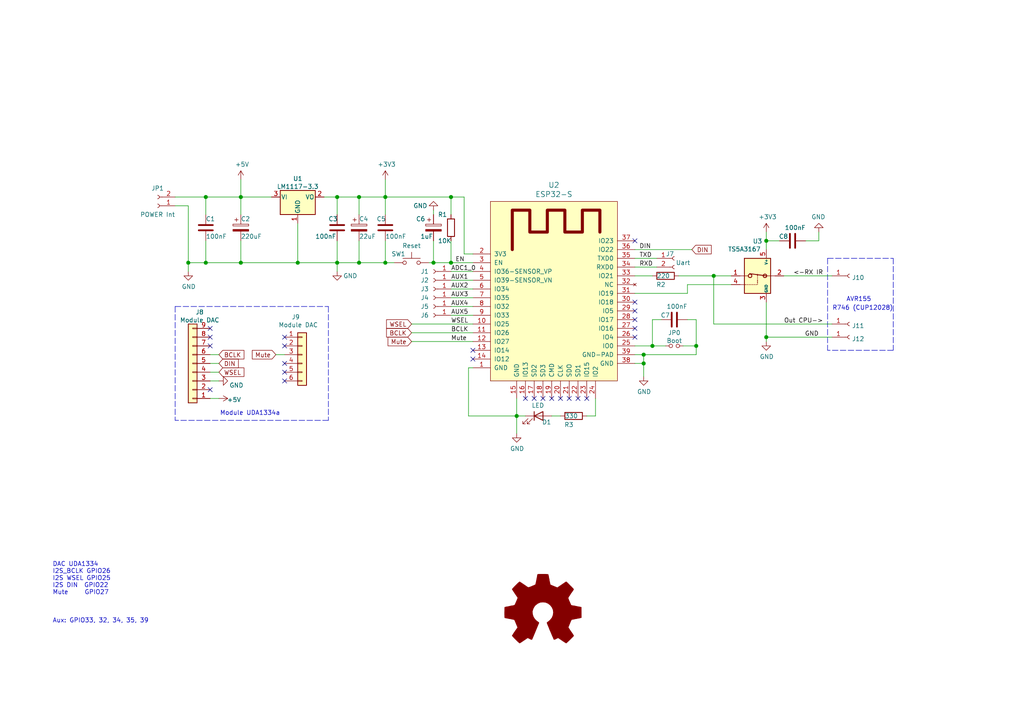
<source format=kicad_sch>
(kicad_sch (version 20210126) (generator eeschema)
  (paper "A4")
  (title_block (title "Bluetooth Music Receive + control MQTT") (date "2021-03-25") (rev "0.0.1") (company "Radioelf") (comment 1 "Amplifier Harman-Kardon-AVR-155"))
  (lib_symbols
    (symbol "Analog_Switch:TS5A3166DBVR" (pin_names (offset 0.127))
      (property "Reference" "U3" (at 0 11.3072 0))
      (property "Value" "TS5A3167" (at 0 9.0085 0))
      (symbol "TS5A3166DBVR_0_1"
        (polyline (pts (xy -5.08 -2.54) (xy -3.302 -2.54)))
        (polyline (pts (xy -3.048 -2.54) (xy -2.794 -2.54)))
        (polyline (pts (xy -2.54 -2.54) (xy -2.286 -2.54)))
        (polyline (pts (xy -2.032 -2.54) (xy -1.778 -2.54)))
        (polyline (pts (xy -1.524 -2.54) (xy -1.27 -2.54)))
        (polyline (pts (xy -1.016 -2.54) (xy -0.762 -2.54)))
        (polyline (pts (xy -0.508 -2.54) (xy -0.254 -2.54)))
        (polyline (pts (xy 0 -2.032) (xy 0 -1.778)))
        (polyline (pts (xy 0 -1.524) (xy 0 -1.27)))
      )
      (symbol "TS5A3166DBVR_1_1"
        (circle (center -2.159 0) (radius 0.508) (stroke (width 0.254)))
        (circle (center 2.159 0) (radius 0.508) (stroke (width 0.254)))
        (rectangle (start -3.81 5.08) (end 3.81 -5.08) (stroke (width 0.254)) (fill (type background)))
        (polyline (pts (xy -5.08 0) (xy -2.794 0)))
        (polyline (pts (xy -2.286 0.635) (xy 2.54 0)) (stroke (width 0.254)))
        (polyline (pts (xy 0 -2.54) (xy 0 -2.286)))
        (polyline (pts (xy 0 -2.032) (xy 0 -1.778)))
        (polyline (pts (xy 0 -1.524) (xy 0 -1.27)))
        (polyline (pts (xy 0 -1.016) (xy 0 -0.762)))
        (polyline (pts (xy 0 -0.508) (xy 0 -0.254)))
        (polyline (pts (xy 0 0) (xy 0 0.508)))
        (polyline (pts (xy 0 0.254) (xy 0 0)))
        (polyline (pts (xy 5.08 0) (xy 2.794 0)))
        (pin passive line (at -7.62 0 0) (length 2.54) (name "~") (number "1"))
        (pin passive line (at 7.62 0 180) (length 2.54) (name "~") (number "2"))
        (pin power_in line (at 2.54 -7.62 90) (length 2.54) (name "GND") (number "3"))
        (pin input line (at -7.62 -2.54 0) (length 2.54) (name "~") (number "4"))
        (pin power_in line (at 2.54 7.62 270) (length 2.54) (name "V+") (number "5"))
      )
    )
    (symbol "Connector:Conn_01x01_Female" (pin_names (offset 1.016) hide)
      (property "Reference" "J" (at 0 2.54 0))
      (property "Value" "Conn_01x01_Female" (at 0 -2.54 0))
      (symbol "Conn_01x01_Female_1_1"
        (arc (start 0 0.508) (end 0 -0.508) (radius (at 0 0) (length 0.508) (angles 90.1 -90.1)) (stroke (width 0.1524)))
        (polyline (pts (xy -1.27 0) (xy -0.508 0)) (stroke (width 0.1524)))
        (pin passive line (at -5.08 0 0) (length 3.81) (name "Pin_1") (number "1"))
      )
    )
    (symbol "Connector:Conn_01x02_Female" (pin_names (offset 1.016) hide)
      (property "Reference" "J" (at 0 2.54 0))
      (property "Value" "Conn_01x02_Female" (at 0 -5.08 0))
      (symbol "Conn_01x02_Female_1_1"
        (arc (start 0 -2.032) (end 0 -3.048) (radius (at 0 -2.54) (length 0.508) (angles 90.1 -90.1)) (stroke (width 0.1524)))
        (arc (start 0 0.508) (end 0 -0.508) (radius (at 0 0) (length 0.508) (angles 90.1 -90.1)) (stroke (width 0.1524)))
        (polyline (pts (xy -1.27 -2.54) (xy -0.508 -2.54)) (stroke (width 0.1524)))
        (polyline (pts (xy -1.27 0) (xy -0.508 0)) (stroke (width 0.1524)))
        (pin passive line (at -5.08 0 0) (length 3.81) (name "Pin_1") (number "1"))
        (pin passive line (at -5.08 -2.54 0) (length 3.81) (name "Pin_2") (number "2"))
      )
    )
    (symbol "Connector_Generic:Conn_01x06" (pin_names (offset 1.016) hide)
      (property "Reference" "J" (at 0 7.62 0))
      (property "Value" "Conn_01x06" (at 0 -10.16 0))
      (symbol "Conn_01x06_1_1"
        (rectangle (start -1.27 -7.493) (end 0 -7.747) (stroke (width 0.1524)))
        (rectangle (start -1.27 -4.953) (end 0 -5.207) (stroke (width 0.1524)))
        (rectangle (start -1.27 -2.413) (end 0 -2.667) (stroke (width 0.1524)))
        (rectangle (start -1.27 0.127) (end 0 -0.127) (stroke (width 0.1524)))
        (rectangle (start -1.27 2.667) (end 0 2.413) (stroke (width 0.1524)))
        (rectangle (start -1.27 5.207) (end 0 4.953) (stroke (width 0.1524)))
        (rectangle (start -1.27 6.35) (end 1.27 -8.89) (stroke (width 0.254)) (fill (type background)))
        (pin passive line (at -5.08 5.08 0) (length 3.81) (name "Pin_1") (number "1"))
        (pin passive line (at -5.08 2.54 0) (length 3.81) (name "Pin_2") (number "2"))
        (pin passive line (at -5.08 0 0) (length 3.81) (name "Pin_3") (number "3"))
        (pin passive line (at -5.08 -2.54 0) (length 3.81) (name "Pin_4") (number "4"))
        (pin passive line (at -5.08 -5.08 0) (length 3.81) (name "Pin_5") (number "5"))
        (pin passive line (at -5.08 -7.62 0) (length 3.81) (name "Pin_6") (number "6"))
      )
    )
    (symbol "Connector_Generic:Conn_01x09" (pin_names (offset 1.016) hide)
      (property "Reference" "J" (at 0 12.7 0))
      (property "Value" "Conn_01x09" (at 0 -12.7 0))
      (symbol "Conn_01x09_1_1"
        (rectangle (start -1.27 -10.033) (end 0 -10.287) (stroke (width 0.1524)))
        (rectangle (start -1.27 -7.493) (end 0 -7.747) (stroke (width 0.1524)))
        (rectangle (start -1.27 -4.953) (end 0 -5.207) (stroke (width 0.1524)))
        (rectangle (start -1.27 -2.413) (end 0 -2.667) (stroke (width 0.1524)))
        (rectangle (start -1.27 0.127) (end 0 -0.127) (stroke (width 0.1524)))
        (rectangle (start -1.27 2.667) (end 0 2.413) (stroke (width 0.1524)))
        (rectangle (start -1.27 5.207) (end 0 4.953) (stroke (width 0.1524)))
        (rectangle (start -1.27 7.747) (end 0 7.493) (stroke (width 0.1524)))
        (rectangle (start -1.27 10.287) (end 0 10.033) (stroke (width 0.1524)))
        (rectangle (start -1.27 11.43) (end 1.27 -11.43) (stroke (width 0.254)) (fill (type background)))
        (pin passive line (at -5.08 10.16 0) (length 3.81) (name "Pin_1") (number "1"))
        (pin passive line (at -5.08 7.62 0) (length 3.81) (name "Pin_2") (number "2"))
        (pin passive line (at -5.08 5.08 0) (length 3.81) (name "Pin_3") (number "3"))
        (pin passive line (at -5.08 2.54 0) (length 3.81) (name "Pin_4") (number "4"))
        (pin passive line (at -5.08 0 0) (length 3.81) (name "Pin_5") (number "5"))
        (pin passive line (at -5.08 -2.54 0) (length 3.81) (name "Pin_6") (number "6"))
        (pin passive line (at -5.08 -5.08 0) (length 3.81) (name "Pin_7") (number "7"))
        (pin passive line (at -5.08 -7.62 0) (length 3.81) (name "Pin_8") (number "8"))
        (pin passive line (at -5.08 -10.16 0) (length 3.81) (name "Pin_9") (number "9"))
      )
    )
    (symbol "Device:C" (pin_numbers hide) (pin_names (offset 0.254))
      (property "Reference" "C" (at 0.635 2.54 0))
      (property "Value" "C" (at 0.635 -2.54 0))
      (symbol "C_0_1"
        (polyline (pts (xy -2.032 -0.762) (xy 2.032 -0.762)) (stroke (width 0.508)))
        (polyline (pts (xy -2.032 0.762) (xy 2.032 0.762)) (stroke (width 0.508)))
      )
      (symbol "C_1_1"
        (pin passive line (at 0 3.81 270) (length 2.794) (name "~") (number "1"))
        (pin passive line (at 0 -3.81 90) (length 2.794) (name "~") (number "2"))
      )
    )
    (symbol "Device:CP" (pin_numbers hide) (pin_names (offset 0.254))
      (property "Reference" "C" (at 0.635 2.54 0))
      (property "Value" "CP" (at 0.635 -2.54 0))
      (symbol "CP_0_1"
        (rectangle (start -2.286 0.508) (end 2.286 1.016))
        (rectangle (start 2.286 -0.508) (end -2.286 -1.016) (fill (type outline)))
        (polyline (pts (xy -1.778 2.286) (xy -0.762 2.286)))
        (polyline (pts (xy -1.27 2.794) (xy -1.27 1.778)))
      )
      (symbol "CP_1_1"
        (pin passive line (at 0 3.81 270) (length 2.794) (name "~") (number "1"))
        (pin passive line (at 0 -3.81 90) (length 2.794) (name "~") (number "2"))
      )
    )
    (symbol "Device:Jumper_NO_Small" (pin_numbers hide) (pin_names (offset 0.762) hide)
      (property "Reference" "JP" (at 0 2.032 0))
      (property "Value" "Jumper_NO_Small" (at 0.254 -1.524 0))
      (symbol "Jumper_NO_Small_0_1"
        (circle (center -1.016 0) (radius 0.508))
        (circle (center 1.016 0) (radius 0.508))
        (pin passive line (at -2.54 0 0) (length 1.016) (name "1") (number "1"))
        (pin passive line (at 2.54 0 180) (length 1.016) (name "2") (number "2"))
      )
    )
    (symbol "Device:LED" (pin_numbers hide) (pin_names (offset 1.016) hide)
      (property "Reference" "D" (at 0 2.54 0))
      (property "Value" "LED" (at 0 -2.54 0))
      (symbol "LED_0_1"
        (polyline (pts (xy -1.27 -1.27) (xy -1.27 1.27)) (stroke (width 0.254)))
        (polyline (pts (xy -1.27 0) (xy 1.27 0)))
        (polyline (pts (xy 1.27 -1.27) (xy 1.27 1.27) (xy -1.27 0) (xy 1.27 -1.27)) (stroke (width 0.254)))
        (polyline (pts (xy -3.048 -0.762) (xy -4.572 -2.286) (xy -3.81 -2.286) (xy -4.572 -2.286) (xy -4.572 -1.524)))
        (polyline (pts (xy -1.778 -0.762) (xy -3.302 -2.286) (xy -2.54 -2.286) (xy -3.302 -2.286) (xy -3.302 -1.524)))
      )
      (symbol "LED_1_1"
        (pin passive line (at -3.81 0 0) (length 2.54) (name "K") (number "1"))
        (pin passive line (at 3.81 0 180) (length 2.54) (name "A") (number "2"))
      )
    )
    (symbol "Device:R" (pin_numbers hide) (pin_names (offset 0))
      (property "Reference" "R" (at 2.032 0 90))
      (property "Value" "R" (at 0 0 90))
      (symbol "R_0_1"
        (rectangle (start -1.016 -2.54) (end 1.016 2.54) (stroke (width 0.254)))
      )
      (symbol "R_1_1"
        (pin passive line (at 0 3.81 270) (length 1.27) (name "~") (number "1"))
        (pin passive line (at 0 -3.81 90) (length 1.27) (name "~") (number "2"))
      )
    )
    (symbol "Graphic:Logo_Open_Hardware_Large" (pin_names (offset 1.016))
      (symbol "Logo_Open_Hardware_Large_1_1"
        (polyline (pts (xy 6.731 -8.7122) (xy 6.6294 -8.6614) (xy 6.35 -8.4836) (xy 5.9944 -8.255) (xy 5.5372 -7.9502) (xy 5.1054 -7.6454) (xy 4.7498 -7.4168) (xy 4.4958 -7.239) (xy 4.3942 -7.1882) (xy 4.318 -7.2136) (xy 4.1148 -7.3152) (xy 3.81 -7.4676) (xy 3.6322 -7.5692) (xy 3.3528 -7.6708) (xy 3.2258 -7.6962) (xy 3.2004 -7.6708) (xy 3.0988 -7.4676) (xy 2.9464 -7.0866) (xy 2.7178 -6.604) (xy 2.4892 -6.0452) (xy 2.2352 -5.4356) (xy 1.9558 -4.826) (xy 1.7272 -4.2164) (xy 1.4986 -3.683) (xy 1.3208 -3.2512) (xy 1.2192 -2.9464) (xy 1.1684 -2.8194) (xy 1.1938 -2.794) (xy 1.3208 -2.667) (xy 1.5748 -2.4892) (xy 2.0828 -2.0574) (xy 2.6162 -1.397) (xy 2.921 -0.6604) (xy 3.048 0.1524) (xy 2.9464 0.9144) (xy 2.6416 1.6256) (xy 2.1336 2.286) (xy 1.524 2.7686) (xy 0.8128 3.0734) (xy 0 3.175) (xy -0.762 3.0988) (xy -1.4986 2.794) (xy -2.159 2.286) (xy -2.4384 1.9812) (xy -2.8194 1.3208) (xy -3.048 0.6096) (xy -3.0734 0.4318) (xy -3.0226 -0.3556) (xy -2.794 -1.0922) (xy -2.3876 -1.7526) (xy -1.8288 -2.3114) (xy -1.7526 -2.3622) (xy -1.4732 -2.5654) (xy -1.2954 -2.6924) (xy -1.1684 -2.8194) (xy -2.159 -5.207) (xy -2.3114 -5.588) (xy -2.5908 -6.2484) (xy -2.8194 -6.8072) (xy -3.0226 -7.2644) (xy -3.1496 -7.5692) (xy -3.2258 -7.6708) (xy -3.2258 -7.6962) (xy -3.302 -7.6962) (xy -3.4798 -7.6454) (xy -3.8354 -7.4676) (xy -4.0386 -7.366) (xy -4.2926 -7.239) (xy -4.4196 -7.1882) (xy -4.5212 -7.239) (xy -4.7498 -7.3914) (xy -5.1054 -7.6454) (xy -5.5372 -7.9248) (xy -5.9436 -8.2042) (xy -6.3246 -8.4582) (xy -6.604 -8.636) (xy -6.731 -8.7122) (xy -6.7564 -8.7122) (xy -6.858 -8.636) (xy -7.0866 -8.4582) (xy -7.4168 -8.1534) (xy -7.874 -7.6962) (xy -7.9502 -7.62) (xy -8.3312 -7.239) (xy -8.636 -6.9088) (xy -8.8392 -6.6802) (xy -8.9154 -6.5786) (xy -8.9154 -6.5786) (xy -8.8392 -6.4516) (xy -8.6614 -6.1722) (xy -8.4328 -5.7912) (xy -8.128 -5.3594) (xy -7.3152 -4.191) (xy -7.7724 -3.0988) (xy -7.8994 -2.7686) (xy -8.0772 -2.3622) (xy -8.2042 -2.0828) (xy -8.255 -1.9558) (xy -8.382 -1.905) (xy -8.6614 -1.8542) (xy -9.0932 -1.7526) (xy -9.6266 -1.651) (xy -10.1092 -1.5748) (xy -10.541 -1.4732) (xy -10.8712 -1.4224) (xy -11.0236 -1.397) (xy -11.049 -1.3716) (xy -11.0744 -1.2954) (xy -11.0998 -1.143) (xy -11.0998 -0.889) (xy -11.1252 -0.4572) (xy -11.1252 0.1524) (xy -11.1252 0.2286) (xy -11.0998 0.8128) (xy -11.0998 1.27) (xy -11.0744 1.5494) (xy -11.0744 1.6764) (xy -11.0744 1.6764) (xy -10.922 1.7018) (xy -10.6172 1.778) (xy -10.16 1.8542) (xy -9.652 1.9558) (xy -9.6012 1.9812) (xy -9.0932 2.0828) (xy -8.636 2.159) (xy -8.3312 2.2352) (xy -8.2042 2.286) (xy -8.1788 2.3114) (xy -8.0772 2.5146) (xy -7.9248 2.8448) (xy -7.747 3.2512) (xy -7.5692 3.6576) (xy -7.4168 4.0386) (xy -7.3152 4.318) (xy -7.2898 4.445) (xy -7.2898 4.445) (xy -7.366 4.572) (xy -7.5438 4.826) (xy -7.7978 5.207) (xy -8.128 5.6642) (xy -8.128 5.6896) (xy -8.4328 6.1468) (xy -8.6868 6.5278) (xy -8.8392 6.7818) (xy -8.9154 6.9088) (xy -8.9154 6.9088) (xy -8.8138 7.0358) (xy -8.5852 7.2898) (xy -8.255 7.6454) (xy -7.874 8.0264) (xy -7.747 8.1534) (xy -7.3152 8.5852) (xy -7.0104 8.8646) (xy -6.8326 8.9916) (xy -6.731 9.0424) (xy -6.731 9.0424) (xy -6.604 8.9408) (xy -6.3246 8.763) (xy -5.9436 8.509) (xy -5.4864 8.2042) (xy -5.461 8.1788) (xy -5.0038 7.874) (xy -4.6482 7.62) (xy -4.3688 7.4422) (xy -4.2672 7.3914) (xy -4.2418 7.3914) (xy -4.064 7.4422) (xy -3.7338 7.5438) (xy -3.3528 7.6962) (xy -2.9464 7.874) (xy -2.5654 8.0264) (xy -2.286 8.1534) (xy -2.159 8.2296) (xy -2.159 8.2296) (xy -2.1082 8.382) (xy -2.032 8.7122) (xy -1.9304 9.1694) (xy -1.8288 9.7282) (xy -1.8034 9.8044) (xy -1.7018 10.3378) (xy -1.6256 10.7696) (xy -1.5748 11.0744) (xy -1.524 11.2014) (xy -1.4478 11.2268) (xy -1.1938 11.2522) (xy -0.8128 11.2522) (xy -0.3302 11.2522) (xy 0.1524 11.2522) (xy 0.6604 11.2522) (xy 1.0668 11.2268) (xy 1.3716 11.2014) (xy 1.4986 11.176) (xy 1.4986 11.176) (xy 1.5494 11.0236) (xy 1.6256 10.6934) (xy 1.7018 10.2108) (xy 1.8288 9.6774) (xy 1.8288 9.5758) (xy 1.9304 9.0424) (xy 2.032 8.6106) (xy 2.0828 8.3058) (xy 2.1336 8.2042) (xy 2.159 8.1788) (xy 2.3876 8.0772) (xy 2.7432 7.9248) (xy 3.175 7.747) (xy 4.191 7.3406) (xy 5.461 8.2042) (xy 5.5626 8.2804) (xy 6.0198 8.5852) (xy 6.3754 8.8392) (xy 6.6294 8.9916) (xy 6.7564 9.0424) (xy 6.7564 9.0424) (xy 6.8834 8.9408) (xy 7.1374 8.7122) (xy 7.4676 8.382) (xy 7.8486 7.9756) (xy 8.1534 7.6962) (xy 8.4836 7.3406) (xy 8.7122 7.112) (xy 8.8392 6.9596) (xy 8.8646 6.858) (xy 8.8646 6.8072) (xy 8.7884 6.6802) (xy 8.6106 6.4008) (xy 8.3312 6.0198) (xy 8.0264 5.588) (xy 7.7978 5.207) (xy 7.5184 4.8006) (xy 7.3406 4.4958) (xy 7.2898 4.3434) (xy 7.2898 4.2926) (xy 7.3914 4.0386) (xy 7.5184 3.683) (xy 7.7216 3.2258) (xy 8.1534 2.2352) (xy 8.7884 2.1082) (xy 9.1948 2.0574) (xy 9.7536 1.9304) (xy 10.2616 1.8288) (xy 11.0998 1.6764) (xy 11.1252 -1.3208) (xy 10.9982 -1.3716) (xy 10.8712 -1.397) (xy 10.5664 -1.4732) (xy 10.1346 -1.5494) (xy 9.6266 -1.651) (xy 9.1948 -1.7272) (xy 8.7376 -1.8288) (xy 8.4328 -1.8796) (xy 8.2804 -1.905) (xy 8.255 -1.9558) (xy 8.1534 -2.159) (xy 7.9756 -2.5146) (xy 7.8232 -2.921) (xy 7.6454 -3.3274) (xy 7.493 -3.7338) (xy 7.366 -4.0132) (xy 7.3406 -4.191) (xy 7.3914 -4.2926) (xy 7.5692 -4.5466) (xy 7.7978 -4.9276) (xy 8.1026 -5.3594) (xy 8.4074 -5.7912) (xy 8.6614 -6.1722) (xy 8.8138 -6.4262) (xy 8.89 -6.5532) (xy 8.8646 -6.6548) (xy 8.6868 -6.858) (xy 8.3566 -7.1882) (xy 7.874 -7.6708) (xy 7.7978 -7.747) (xy 7.3914 -8.128) (xy 7.0612 -8.4328) (xy 6.8326 -8.636) (xy 6.731 -8.7122)) (fill (type outline)))
      )
    )
    (symbol "Regulator_Linear:LM1117-3.3" (pin_names (offset 0.254))
      (property "Reference" "U" (at -3.81 3.175 0))
      (property "Value" "LM1117-3.3" (at 0 3.175 0))
      (symbol "LM1117-3.3_0_1"
        (rectangle (start -5.08 -5.08) (end 5.08 1.905) (stroke (width 0.254)) (fill (type background)))
      )
      (symbol "LM1117-3.3_1_1"
        (pin power_in line (at 0 -7.62 90) (length 2.54) (name "GND") (number "1"))
        (pin power_out line (at 7.62 0 180) (length 2.54) (name "VO") (number "2"))
        (pin power_in line (at -7.62 0 0) (length 2.54) (name "VI") (number "3"))
      )
    )
    (symbol "Switch:SW_Push" (pin_numbers hide) (pin_names (offset 1.016) hide)
      (property "Reference" "SW" (at 1.27 2.54 0))
      (property "Value" "SW_Push" (at 0 -1.524 0))
      (symbol "SW_Push_0_1"
        (circle (center -2.032 0) (radius 0.508))
        (circle (center 2.032 0) (radius 0.508))
        (polyline (pts (xy 0 1.27) (xy 0 3.048)))
        (polyline (pts (xy 2.54 1.27) (xy -2.54 1.27)))
        (pin passive line (at -5.08 0 0) (length 2.54) (name "1") (number "1"))
        (pin passive line (at 5.08 0 180) (length 2.54) (name "2") (number "2"))
      )
    )
    (symbol "esp32_gateway-rescue:ESP32-footprints-Shem-Lib_ESP32-WROOM-ESP32-S" (pin_names (offset 1.016))
      (property "Reference" "U" (at -17.78 31.75 0))
      (property "Value" "ESP32-footprints-Shem-Lib_ESP32-WROOM-ESP32-S" (at 12.7 31.75 0))
      (symbol "ESP32-footprints-Shem-Lib_ESP32-WROOM-ESP32-S_0_1"
        (rectangle (start -19.05 30.48) (end 17.78 -21.59) (fill (type background)))
        (polyline (pts (xy -12.7 16.51) (xy -12.7 27.94) (xy -7.62 27.94) (xy -7.62 21.59) (xy -2.54 21.59) (xy -2.54 27.94) (xy 2.54 27.94) (xy 2.54 21.59) (xy 7.62 21.59) (xy 7.62 27.94) (xy 12.7 27.94) (xy 12.7 21.59)) (stroke (width 0.889)))
      )
      (symbol "ESP32-footprints-Shem-Lib_ESP32-WROOM-ESP32-S_1_1"
        (pin power_out line (at -24.13 -17.78 0) (length 5.08) (name "GND") (number "1"))
        (pin bidirectional line (at -24.13 -5.08 0) (length 5.08) (name "IO25") (number "10"))
        (pin bidirectional line (at -24.13 -7.62 0) (length 5.08) (name "IO26") (number "11"))
        (pin bidirectional line (at -24.13 -10.16 0) (length 5.08) (name "IO27") (number "12"))
        (pin bidirectional line (at -24.13 -12.7 0) (length 5.08) (name "IO14") (number "13"))
        (pin bidirectional line (at -24.13 -15.24 0) (length 5.08) (name "IO12") (number "14"))
        (pin power_in line (at -11.43 -26.67 90) (length 5.08) (name "GND") (number "15"))
        (pin bidirectional line (at -8.89 -26.67 90) (length 5.08) (name "IO13") (number "16"))
        (pin bidirectional line (at -6.35 -26.67 90) (length 5.08) (name "SD2") (number "17"))
        (pin bidirectional line (at -3.81 -26.67 90) (length 5.08) (name "SD3") (number "18"))
        (pin bidirectional line (at -1.27 -26.67 90) (length 5.08) (name "CMD") (number "19"))
        (pin power_in line (at -24.13 15.24 0) (length 5.08) (name "3V3") (number "2"))
        (pin input line (at 1.27 -26.67 90) (length 5.08) (name "CLK") (number "20"))
        (pin bidirectional line (at 3.81 -26.67 90) (length 5.08) (name "SDO") (number "21"))
        (pin bidirectional line (at 6.35 -26.67 90) (length 5.08) (name "SD1") (number "22"))
        (pin bidirectional line (at 8.89 -26.67 90) (length 5.08) (name "IO15") (number "23"))
        (pin bidirectional line (at 11.43 -26.67 90) (length 5.08) (name "IO2") (number "24"))
        (pin bidirectional line (at 22.86 -11.43 180) (length 5.08) (name "IO0") (number "25"))
        (pin input line (at 22.86 -8.89 180) (length 5.08) (name "IO4") (number "26"))
        (pin bidirectional line (at 22.86 -6.35 180) (length 5.08) (name "IO16") (number "27"))
        (pin bidirectional line (at 22.86 -3.81 180) (length 5.08) (name "IO17") (number "28"))
        (pin bidirectional line (at 22.86 -1.27 180) (length 5.08) (name "IO5") (number "29"))
        (pin input line (at -24.13 12.7 0) (length 5.08) (name "EN") (number "3"))
        (pin input line (at 22.86 1.27 180) (length 5.08) (name "IO18") (number "30"))
        (pin bidirectional line (at 22.86 3.81 180) (length 5.08) (name "IO19") (number "31"))
        (pin no_connect line (at 22.86 6.35 180) (length 5.08) (name "NC") (number "32"))
        (pin bidirectional line (at 22.86 8.89 180) (length 5.08) (name "IO21") (number "33"))
        (pin bidirectional line (at 22.86 11.43 180) (length 5.08) (name "RXD0") (number "34"))
        (pin bidirectional line (at 22.86 13.97 180) (length 5.08) (name "TXD0") (number "35"))
        (pin bidirectional line (at 22.86 16.51 180) (length 5.08) (name "IO22") (number "36"))
        (pin bidirectional line (at 22.86 19.05 180) (length 5.08) (name "IO23") (number "37"))
        (pin power_in line (at 22.86 -16.51 180) (length 5.08) (name "GND") (number "38"))
        (pin power_in line (at 22.86 -13.97 180) (length 5.08) (name "GND-PAD") (number "39"))
        (pin input line (at -24.13 10.16 0) (length 5.08) (name "IO36-SENSOR_VP") (number "4"))
        (pin input line (at -24.13 7.62 0) (length 5.08) (name "IO39-SENSOR_VN") (number "5"))
        (pin bidirectional line (at -24.13 5.08 0) (length 5.08) (name "IO34") (number "6"))
        (pin bidirectional line (at -24.13 2.54 0) (length 5.08) (name "IO35") (number "7"))
        (pin bidirectional line (at -24.13 0 0) (length 5.08) (name "IO32") (number "8"))
        (pin bidirectional line (at -24.13 -2.54 0) (length 5.08) (name "IO33") (number "9"))
      )
    )
    (symbol "power:+3V3" (power) (pin_names (offset 0))
      (property "Value" "+3V3" (at 0 3.556 0))
      (symbol "+3V3_0_1"
        (polyline (pts (xy -0.762 1.27) (xy 0 2.54)))
        (polyline (pts (xy 0 0) (xy 0 2.54)))
        (polyline (pts (xy 0 2.54) (xy 0.762 1.27)))
      )
      (symbol "+3V3_1_1"
        (pin power_in line (at 0 0 90) (length 0) hide (name "+3V3") (number "1"))
      )
    )
    (symbol "power:+5V" (power) (pin_names (offset 0))
      (property "Value" "+5V" (at 0 3.556 0))
      (symbol "+5V_0_1"
        (polyline (pts (xy -0.762 1.27) (xy 0 2.54)))
        (polyline (pts (xy 0 0) (xy 0 2.54)))
        (polyline (pts (xy 0 2.54) (xy 0.762 1.27)))
      )
      (symbol "+5V_1_1"
        (pin power_in line (at 0 0 90) (length 0) hide (name "+5V") (number "1"))
      )
    )
    (symbol "power:GND" (power) (pin_names (offset 0))
      (property "Value" "GND" (at 0 -3.81 0))
      (symbol "GND_0_1"
        (polyline (pts (xy 0 0) (xy 0 -1.27) (xy 1.27 -1.27) (xy 0 -2.54) (xy -1.27 -1.27) (xy 0 -1.27)))
      )
      (symbol "GND_1_1"
        (pin power_in line (at 0 0 270) (length 0) hide (name "GND") (number "1"))
      )
    )
  )
  (junction (at 54.61 76.2) (diameter 1.016))
  (junction (at 59.69 57.15) (diameter 1.016))
  (junction (at 59.69 76.2) (diameter 1.016))
  (junction (at 69.85 57.15) (diameter 1.016))
  (junction (at 69.85 76.2) (diameter 1.016))
  (junction (at 86.36 76.2) (diameter 1.016))
  (junction (at 97.79 57.15) (diameter 1.016))
  (junction (at 97.79 76.2) (diameter 1.016))
  (junction (at 104.14 57.15) (diameter 1.016))
  (junction (at 104.14 76.2) (diameter 1.016))
  (junction (at 111.76 57.15) (diameter 1.016))
  (junction (at 111.76 76.2) (diameter 1.016))
  (junction (at 125.73 76.2) (diameter 1.016))
  (junction (at 130.81 57.15) (diameter 1.016))
  (junction (at 130.81 76.2) (diameter 1.016))
  (junction (at 149.86 120.65) (diameter 1.016))
  (junction (at 186.69 102.87) (diameter 1.016))
  (junction (at 186.69 105.41) (diameter 1.016))
  (junction (at 189.23 100.33) (diameter 1.016))
  (junction (at 201.93 100.33) (diameter 1.016))
  (junction (at 207.01 80.01) (diameter 1.016))
  (junction (at 222.25 69.85) (diameter 1.016))
  (junction (at 222.25 97.79) (diameter 1.016))
  (no_connect (at 60.96 95.25))
  (no_connect (at 60.96 97.79))
  (no_connect (at 60.96 100.33))
  (no_connect (at 60.96 113.03))
  (no_connect (at 82.55 97.79))
  (no_connect (at 82.55 100.33))
  (no_connect (at 82.55 105.41))
  (no_connect (at 82.55 107.95))
  (no_connect (at 82.55 110.49))
  (no_connect (at 137.16 101.6))
  (no_connect (at 137.16 104.14))
  (no_connect (at 152.4 115.57))
  (no_connect (at 154.94 115.57))
  (no_connect (at 157.48 115.57))
  (no_connect (at 160.02 115.57))
  (no_connect (at 162.56 115.57))
  (no_connect (at 165.1 115.57))
  (no_connect (at 167.64 115.57))
  (no_connect (at 170.18 115.57))
  (no_connect (at 184.15 69.85))
  (no_connect (at 184.15 87.63))
  (no_connect (at 184.15 90.17))
  (no_connect (at 184.15 92.71))
  (no_connect (at 184.15 95.25))
  (no_connect (at 184.15 97.79))
  (wire (pts (xy 50.8 57.15) (xy 59.69 57.15)))
  (wire (pts (xy 50.8 59.69) (xy 54.61 59.69)))
  (wire (pts (xy 54.61 59.69) (xy 54.61 76.2)))
  (wire (pts (xy 54.61 76.2) (xy 54.61 78.74)))
  (wire (pts (xy 59.69 57.15) (xy 69.85 57.15)))
  (wire (pts (xy 59.69 62.23) (xy 59.69 57.15)))
  (wire (pts (xy 59.69 69.85) (xy 59.69 76.2)))
  (wire (pts (xy 59.69 76.2) (xy 54.61 76.2)))
  (wire (pts (xy 60.96 102.87) (xy 63.5 102.87)))
  (wire (pts (xy 60.96 105.41) (xy 63.5 105.41)))
  (wire (pts (xy 60.96 107.95) (xy 63.5 107.95)))
  (wire (pts (xy 60.96 110.49) (xy 63.5 110.49)))
  (wire (pts (xy 60.96 115.57) (xy 63.5 115.57)))
  (wire (pts (xy 69.85 52.07) (xy 69.85 57.15)))
  (wire (pts (xy 69.85 57.15) (xy 78.74 57.15)))
  (wire (pts (xy 69.85 62.23) (xy 69.85 57.15)))
  (wire (pts (xy 69.85 69.85) (xy 69.85 76.2)))
  (wire (pts (xy 69.85 76.2) (xy 59.69 76.2)))
  (wire (pts (xy 69.85 76.2) (xy 86.36 76.2)))
  (wire (pts (xy 80.01 102.87) (xy 82.55 102.87)))
  (wire (pts (xy 86.36 64.77) (xy 86.36 76.2)))
  (wire (pts (xy 86.36 76.2) (xy 97.79 76.2)))
  (wire (pts (xy 93.98 57.15) (xy 97.79 57.15)))
  (wire (pts (xy 97.79 62.23) (xy 97.79 57.15)))
  (wire (pts (xy 97.79 76.2) (xy 97.79 69.85)))
  (wire (pts (xy 97.79 76.2) (xy 97.79 78.74)))
  (wire (pts (xy 104.14 57.15) (xy 97.79 57.15)))
  (wire (pts (xy 104.14 62.23) (xy 104.14 57.15)))
  (wire (pts (xy 104.14 69.85) (xy 104.14 76.2)))
  (wire (pts (xy 104.14 76.2) (xy 97.79 76.2)))
  (wire (pts (xy 111.76 52.07) (xy 111.76 57.15)))
  (wire (pts (xy 111.76 57.15) (xy 104.14 57.15)))
  (wire (pts (xy 111.76 57.15) (xy 130.81 57.15)))
  (wire (pts (xy 111.76 62.23) (xy 111.76 57.15)))
  (wire (pts (xy 111.76 69.85) (xy 111.76 76.2)))
  (wire (pts (xy 111.76 76.2) (xy 104.14 76.2)))
  (wire (pts (xy 114.3 76.2) (xy 111.76 76.2)))
  (wire (pts (xy 119.38 93.98) (xy 137.16 93.98)))
  (wire (pts (xy 119.38 96.52) (xy 137.16 96.52)))
  (wire (pts (xy 119.38 99.06) (xy 137.16 99.06)))
  (wire (pts (xy 125.73 60.96) (xy 125.73 62.23)))
  (wire (pts (xy 125.73 69.85) (xy 125.73 76.2)))
  (wire (pts (xy 125.73 76.2) (xy 124.46 76.2)))
  (wire (pts (xy 130.81 62.23) (xy 130.81 57.15)))
  (wire (pts (xy 130.81 69.85) (xy 130.81 76.2)))
  (wire (pts (xy 130.81 76.2) (xy 125.73 76.2)))
  (wire (pts (xy 134.62 57.15) (xy 130.81 57.15)))
  (wire (pts (xy 134.62 73.66) (xy 134.62 57.15)))
  (wire (pts (xy 135.89 106.68) (xy 135.89 120.65)))
  (wire (pts (xy 135.89 106.68) (xy 137.16 106.68)))
  (wire (pts (xy 137.16 73.66) (xy 134.62 73.66)))
  (wire (pts (xy 137.16 76.2) (xy 130.81 76.2)))
  (wire (pts (xy 137.16 78.74) (xy 130.81 78.74)))
  (wire (pts (xy 137.16 81.28) (xy 130.81 81.28)))
  (wire (pts (xy 137.16 83.82) (xy 130.81 83.82)))
  (wire (pts (xy 137.16 86.36) (xy 130.81 86.36)))
  (wire (pts (xy 137.16 88.9) (xy 130.81 88.9)))
  (wire (pts (xy 137.16 91.44) (xy 130.81 91.44)))
  (wire (pts (xy 149.86 115.57) (xy 149.86 120.65)))
  (wire (pts (xy 149.86 120.65) (xy 135.89 120.65)))
  (wire (pts (xy 149.86 120.65) (xy 149.86 125.73)))
  (wire (pts (xy 149.86 120.65) (xy 152.4 120.65)))
  (wire (pts (xy 160.02 120.65) (xy 162.56 120.65)))
  (wire (pts (xy 170.18 120.65) (xy 172.72 120.65)))
  (wire (pts (xy 172.72 120.65) (xy 172.72 115.57)))
  (wire (pts (xy 184.15 72.39) (xy 200.66 72.39)))
  (wire (pts (xy 184.15 74.93) (xy 190.5 74.93)))
  (wire (pts (xy 184.15 77.47) (xy 190.5 77.47)))
  (wire (pts (xy 184.15 80.01) (xy 189.23 80.01)))
  (wire (pts (xy 184.15 85.09) (xy 199.39 85.09)))
  (wire (pts (xy 184.15 100.33) (xy 189.23 100.33)))
  (wire (pts (xy 184.15 102.87) (xy 186.69 102.87)))
  (wire (pts (xy 184.15 105.41) (xy 186.69 105.41)))
  (wire (pts (xy 186.69 102.87) (xy 186.69 105.41)))
  (wire (pts (xy 186.69 102.87) (xy 201.93 102.87)))
  (wire (pts (xy 186.69 105.41) (xy 186.69 109.22)))
  (wire (pts (xy 189.23 92.71) (xy 189.23 100.33)))
  (wire (pts (xy 189.23 100.33) (xy 193.04 100.33)))
  (wire (pts (xy 191.77 92.71) (xy 189.23 92.71)))
  (wire (pts (xy 196.85 80.01) (xy 207.01 80.01)))
  (wire (pts (xy 198.12 100.33) (xy 201.93 100.33)))
  (wire (pts (xy 199.39 82.55) (xy 212.09 82.55)))
  (wire (pts (xy 199.39 85.09) (xy 199.39 82.55)))
  (wire (pts (xy 199.39 92.71) (xy 201.93 92.71)))
  (wire (pts (xy 201.93 92.71) (xy 201.93 100.33)))
  (wire (pts (xy 201.93 102.87) (xy 201.93 100.33)))
  (wire (pts (xy 207.01 80.01) (xy 207.01 93.98)))
  (wire (pts (xy 207.01 80.01) (xy 212.09 80.01)))
  (wire (pts (xy 207.01 93.98) (xy 241.3 93.98)))
  (wire (pts (xy 222.25 67.31) (xy 222.25 69.85)))
  (wire (pts (xy 222.25 69.85) (xy 222.25 72.39)))
  (wire (pts (xy 222.25 69.85) (xy 226.06 69.85)))
  (wire (pts (xy 222.25 87.63) (xy 222.25 97.79)))
  (wire (pts (xy 222.25 97.79) (xy 222.25 99.06)))
  (wire (pts (xy 222.25 97.79) (xy 241.3 97.79)))
  (wire (pts (xy 227.33 80.01) (xy 241.3 80.01)))
  (wire (pts (xy 237.49 67.31) (xy 237.49 69.85)))
  (wire (pts (xy 237.49 69.85) (xy 233.68 69.85)))
  (polyline (pts (xy 50.8 88.9) (xy 50.8 121.92)) (stroke (width 0) (type dash)))
  (polyline (pts (xy 50.8 88.9) (xy 95.25 88.9)) (stroke (width 0) (type dash)))
  (polyline (pts (xy 95.25 88.9) (xy 95.25 121.92)) (stroke (width 0) (type dash)))
  (polyline (pts (xy 95.25 121.92) (xy 50.8 121.92)) (stroke (width 0) (type dash)))
  (polyline (pts (xy 240.03 74.93) (xy 240.03 101.6)) (stroke (width 0) (type dash)))
  (polyline (pts (xy 240.03 74.93) (xy 259.08 74.93)) (stroke (width 0) (type dash)))
  (polyline (pts (xy 259.08 74.93) (xy 259.08 101.6)) (stroke (width 0) (type dash)))
  (polyline (pts (xy 259.08 101.6) (xy 240.03 101.6)) (stroke (width 0) (type dash)))
  (text "DAC UDA1334\nI2S_BCLK GPIO26\nI2S WSEL GPIO25\nI2S DIN  GPIO22\nMute     GPIO27\n\n\n\nAux: GPIO33, 32, 34, 35, 39\n " (at 15.24 182.88 0) (effects (font (size 1.27 1.27)) (justify left bottom)))
  (text "Module UDA1334a" (at 81.28 120.65 180) (effects (font (size 1.27 1.27)) (justify right bottom)))
  (text "AVR155" (at 252.73 87.63 180) (effects (font (size 1.27 1.27)) (justify right bottom)))
  (text "R746 (CUP12028)" (at 259.08 90.17 180) (effects (font (size 1.27 1.27)) (justify right bottom)))
  (label "ADC1_0" (at 130.81 78.74 0))
  (label "AUX1" (at 130.81 81.28 0))
  (label "AUX2" (at 130.81 83.82 0))
  (label "AUX3" (at 130.81 86.36 0))
  (label "AUX4" (at 130.81 88.9 0))
  (label "AUX5" (at 130.81 91.44 0))
  (label "WSEL" (at 130.81 93.98 0))
  (label "BCLK" (at 130.81 96.52 0))
  (label "Mute" (at 130.81 99.06 0))
  (label "EN" (at 132.08 76.2 0))
  (label "DIN" (at 185.42 72.39 0))
  (label "TXD" (at 185.42 74.93 0))
  (label "RXD" (at 185.42 77.47 0))
  (label "GND" (at 237.49 97.79 180))
  (label "<-RX IR" (at 238.76 80.01 180))
  (label "Out CPU->" (at 238.76 93.98 180))
  (global_label "BCLK" (shape input) (at 63.5 102.87 0) (property "Intersheet References" "${INTERSHEET_REFS}" (effects hide)))
  (global_label "DIN" (shape input) (at 63.5 105.41 0) (property "Intersheet References" "${INTERSHEET_REFS}" (effects hide)))
  (global_label "WSEL" (shape input) (at 63.5 107.95 0) (property "Intersheet References" "${INTERSHEET_REFS}" (effects hide)))
  (global_label "Mute" (shape input) (at 80.01 102.87 180) (property "Intersheet References" "${INTERSHEET_REFS}" (effects hide)))
  (global_label "WSEL" (shape input) (at 119.38 93.98 180) (property "Intersheet References" "${INTERSHEET_REFS}" (effects hide)))
  (global_label "BCLK" (shape input) (at 119.38 96.52 180) (property "Intersheet References" "${INTERSHEET_REFS}" (effects hide)))
  (global_label "Mute" (shape input) (at 119.38 99.06 180) (property "Intersheet References" "${INTERSHEET_REFS}" (effects hide)))
  (global_label "DIN" (shape input) (at 200.66 72.39 0) (property "Intersheet References" "${INTERSHEET_REFS}" (effects hide)))
  (symbol (lib_id "power:+5V") (at 63.5 115.57 270) (unit 1)
    (property "Reference" "#PWR0102" (effects hide))
    (property "Value" "+5V" (at 67.8942 115.951 90))
  )
  (symbol (lib_id "power:+5V") (at 69.85 52.07 0) (unit 1)
    (property "Reference" "#PWR0110" (effects hide))
    (property "Value" "+5V" (at 70.231 47.6758 0))
  )
  (symbol (lib_id "power:+3V3") (at 111.76 52.07 0) (unit 1)
    (property "Reference" "#PWR0103" (effects hide))
    (property "Value" "+3V3" (at 112.141 47.6758 0))
  )
  (symbol (lib_id "power:+3V3") (at 222.25 67.31 0) (unit 1)
    (property "Reference" "#PWR0101" (effects hide))
    (property "Value" "+3V3" (at 222.631 62.9158 0))
  )
  (symbol (lib_id "Device:Jumper_NO_Small") (at 195.58 100.33 0) (unit 1)
    (property "Reference" "JP0" (at 195.58 96.5158 0))
    (property "Value" "Boot" (at 195.58 98.8145 0))
    (property "Footprint" "TestPoint:TestPoint_2Pads_Pitch2.54mm_Drill0.8mm" (effects hide))
  )
  (symbol (lib_id "Connector:Conn_01x01_Female") (at 125.73 78.74 180) (unit 1)
    (property "Reference" "J1" (at 123.19 78.74 0))
    (property "Value" "Conn_01x01_Female" (effects hide))
    (property "Footprint" "Connector_PinHeader_2.54mm:PinHeader_1x01_P2.54mm_Vertical" (effects hide))
  )
  (symbol (lib_id "Connector:Conn_01x01_Female") (at 125.73 81.28 180) (unit 1)
    (property "Reference" "J2" (at 123.19 81.28 0))
    (property "Value" "Conn_01x01_Female" (effects hide))
    (property "Footprint" "Connector_PinHeader_2.54mm:PinHeader_1x01_P2.54mm_Vertical" (effects hide))
  )
  (symbol (lib_id "Connector:Conn_01x01_Female") (at 125.73 83.82 180) (unit 1)
    (property "Reference" "J3" (at 123.19 83.82 0))
    (property "Value" "Conn_01x01_Female" (effects hide))
    (property "Footprint" "Connector_PinHeader_2.54mm:PinHeader_1x01_P2.54mm_Vertical" (effects hide))
  )
  (symbol (lib_id "Connector:Conn_01x01_Female") (at 125.73 86.36 180) (unit 1)
    (property "Reference" "J4" (at 123.19 86.36 0))
    (property "Value" "Conn_01x01_Female" (effects hide))
    (property "Footprint" "Connector_PinHeader_2.54mm:PinHeader_1x01_P2.54mm_Vertical" (effects hide))
  )
  (symbol (lib_id "Connector:Conn_01x01_Female") (at 125.73 88.9 180) (unit 1)
    (property "Reference" "J5" (at 123.19 88.9 0))
    (property "Value" "Conn_01x01_Female" (effects hide))
    (property "Footprint" "Connector_PinHeader_2.54mm:PinHeader_1x01_P2.54mm_Vertical" (effects hide))
  )
  (symbol (lib_id "Connector:Conn_01x01_Female") (at 125.73 91.44 180) (unit 1)
    (property "Reference" "J6" (at 123.19 91.44 0))
    (property "Value" "Conn_01x01_Female" (effects hide))
    (property "Footprint" "Connector_PinHeader_2.54mm:PinHeader_1x01_P2.54mm_Vertical" (effects hide))
  )
  (symbol (lib_id "Connector:Conn_01x01_Female") (at 246.38 80.01 0) (unit 1)
    (property "Reference" "J10" (at 247.0912 80.518 0) (effects (justify left)))
    (property "Value" "Conn_01x01_Female" (effects hide))
    (property "Footprint" "Connector_PinHeader_2.54mm:PinHeader_1x01_P2.54mm_Vertical" (effects hide))
  )
  (symbol (lib_id "Connector:Conn_01x01_Female") (at 246.38 93.98 0) (unit 1)
    (property "Reference" "J11" (at 247.0912 94.488 0) (effects (justify left)))
    (property "Value" "Conn_01x01_Female" (effects hide))
    (property "Footprint" "Connector_PinHeader_2.54mm:PinHeader_1x01_P2.54mm_Vertical" (effects hide))
  )
  (symbol (lib_id "Connector:Conn_01x01_Female") (at 246.38 97.79 0) (unit 1)
    (property "Reference" "J12" (at 247.0912 98.298 0) (effects (justify left)))
    (property "Value" "Conn_01x01_Female" (effects hide))
    (property "Footprint" "Connector_PinHeader_2.54mm:PinHeader_1x01_P2.54mm_Vertical" (effects hide))
  )
  (symbol (lib_id "power:GND") (at 54.61 78.74 0) (unit 1)
    (property "Reference" "#PWR0115" (effects hide))
    (property "Value" "GND" (at 54.737 83.1342 0))
  )
  (symbol (lib_id "power:GND") (at 63.5 110.49 90) (unit 1)
    (property "Reference" "#PWR0105" (effects hide))
    (property "Value" "GND" (at 68.58 111.76 90))
  )
  (symbol (lib_id "power:GND") (at 97.79 78.74 0) (unit 1)
    (property "Reference" "#PWR0104" (effects hide))
    (property "Value" "GND" (at 101.6 80.01 0))
  )
  (symbol (lib_id "power:GND") (at 125.73 60.96 180) (unit 1)
    (property "Reference" "#PWR0120" (effects hide))
    (property "Value" "GND" (at 121.92 59.69 0))
  )
  (symbol (lib_id "power:GND") (at 149.86 125.73 0) (unit 1)
    (property "Reference" "#PWR0109" (effects hide))
    (property "Value" "GND" (at 149.987 130.1242 0))
  )
  (symbol (lib_id "power:GND") (at 186.69 109.22 0) (unit 1)
    (property "Reference" "#PWR0106" (effects hide))
    (property "Value" "GND" (at 186.817 113.6142 0))
  )
  (symbol (lib_id "power:GND") (at 222.25 99.06 0) (unit 1)
    (property "Reference" "#PWR01" (effects hide))
    (property "Value" "GND" (at 222.377 103.4542 0))
  )
  (symbol (lib_id "power:GND") (at 237.49 67.31 180) (unit 1)
    (property "Reference" "#PWR0107" (effects hide))
    (property "Value" "GND" (at 237.363 62.9158 0))
  )
  (symbol (lib_id "Device:R") (at 130.81 66.04 0) (unit 1)
    (property "Reference" "R1" (at 127 62.23 0) (effects (justify left)))
    (property "Value" "10K" (at 127 69.85 0) (effects (justify left)))
    (property "Footprint" "Resistor_SMD:R_0805_2012Metric" (effects hide))
  )
  (symbol (lib_id "Device:R") (at 166.37 120.65 90) (unit 1)
    (property "Reference" "R3" (at 166.37 123.19 90) (effects (justify left)))
    (property "Value" "330" (at 167.64 120.65 90) (effects (justify left)))
    (property "Footprint" "Resistor_SMD:R_0805_2012Metric" (effects hide))
  )
  (symbol (lib_id "Device:R") (at 193.04 80.01 90) (unit 1)
    (property "Reference" "R2" (at 193.04 82.55 90) (effects (justify left)))
    (property "Value" "220" (at 194.31 80.01 90) (effects (justify left)))
    (property "Footprint" "Resistor_SMD:R_0805_2012Metric" (effects hide))
  )
  (symbol (lib_id "Connector:Conn_01x02_Female") (at 45.72 59.69 180) (unit 1)
    (property "Reference" "JP1" (at 45.72 54.61 0))
    (property "Value" "POWER Int" (at 45.72 62.23 0))
    (property "Footprint" "Connector_JST:JST_NV_B02P-NV_1x02_P5.00mm_Vertical" (effects hide))
  )
  (symbol (lib_id "Connector:Conn_01x02_Female") (at 195.58 74.93 0) (unit 1)
    (property "Reference" "J7" (at 194.31 73.66 0))
    (property "Value" "Uart" (at 198.12 76.2 0))
    (property "Footprint" "Connector_PinSocket_2.54mm:PinSocket_1x02_P2.54mm_Vertical" (effects hide))
  )
  (symbol (lib_id "Device:LED") (at 156.21 120.65 0) (unit 1)
    (property "Reference" "D1" (at 158.5595 122.4322 0))
    (property "Value" "LED" (at 156.0195 117.5935 0))
    (property "Footprint" "LED_SMD:LED_0402_1005Metric" (effects hide))
  )
  (symbol (lib_id "Device:C") (at 59.69 66.04 0) (unit 1)
    (property "Reference" "C1" (at 59.69 63.5 0) (effects (justify left)))
    (property "Value" "100nF" (at 59.69 68.58 0) (effects (justify left)))
    (property "Footprint" "Capacitor_SMD:C_0805_2012Metric" (effects hide))
  )
  (symbol (lib_id "Device:CP") (at 69.85 66.04 0) (unit 1)
    (property "Reference" "C2" (at 69.85 63.5 0) (effects (justify left)))
    (property "Value" "220uF" (at 69.85 68.58 0) (effects (justify left)))
    (property "Footprint" "Capacitor_SMD:CP_Elec_6.3x3" (effects hide))
  )
  (symbol (lib_id "Device:C") (at 97.79 66.04 0) (unit 1)
    (property "Reference" "C3" (at 95.25 63.5 0) (effects (justify left)))
    (property "Value" "100nF" (at 91.44 68.58 0) (effects (justify left)))
    (property "Footprint" "Capacitor_SMD:C_0805_2012Metric" (effects hide))
  )
  (symbol (lib_id "Device:CP") (at 104.14 66.04 0) (unit 1)
    (property "Reference" "C4" (at 104.14 63.5 0) (effects (justify left)))
    (property "Value" "22uF" (at 104.14 68.58 0) (effects (justify left)))
    (property "Footprint" "Capacitor_SMD:CP_Elec_3x5.4" (effects hide))
  )
  (symbol (lib_id "Device:C") (at 111.76 66.04 0) (unit 1)
    (property "Reference" "C5" (at 109.22 63.5 0) (effects (justify left)))
    (property "Value" "100nF" (at 111.76 68.58 0) (effects (justify left)))
    (property "Footprint" "Capacitor_SMD:C_0805_2012Metric" (effects hide))
  )
  (symbol (lib_id "Device:CP") (at 125.73 66.04 0) (unit 1)
    (property "Reference" "C6" (at 120.65 63.5 0) (effects (justify left)))
    (property "Value" "1uF" (at 121.92 68.58 0) (effects (justify left)))
    (property "Footprint" "Capacitor_SMD:C_1206_3216Metric" (effects hide))
  )
  (symbol (lib_id "Device:C") (at 195.58 92.71 90) (unit 1)
    (property "Reference" "C7" (at 194.31 91.44 90) (effects (justify left)))
    (property "Value" "100nF" (at 199.39 88.9 90) (effects (justify left)))
    (property "Footprint" "Capacitor_SMD:C_0805_2012Metric" (effects hide))
  )
  (symbol (lib_id "Device:C") (at 229.87 69.85 90) (unit 1)
    (property "Reference" "C8" (at 228.6 68.58 90) (effects (justify left)))
    (property "Value" "100nF" (at 233.68 66.04 90) (effects (justify left)))
    (property "Footprint" "Capacitor_SMD:C_0805_2012Metric" (effects hide))
  )
  (symbol (lib_id "Switch:SW_Push") (at 119.38 76.2 0) (unit 1)
    (property "Reference" "SW1" (at 115.57 73.66 0))
    (property "Value" "Reset" (at 119.38 71.2724 0))
    (property "Footprint" "Button_Switch_SMD:SW_SPST_REED_CT05-XXXX-J1" (effects hide))
  )
  (symbol (lib_id "Connector_Generic:Conn_01x06") (at 87.63 102.87 0) (unit 1)
    (property "Reference" "J9" (at 84.5821 91.9491 0) (effects (justify left)))
    (property "Value" "Module DAC" (at 80.7721 94.2478 0) (effects (justify left)))
    (property "Footprint" "Connector_PinHeader_2.54mm:PinHeader_1x06_P2.54mm_Vertical" (effects hide))
  )
  (symbol (lib_id "Connector_Generic:Conn_01x09") (at 55.88 105.41 180) (unit 1)
    (property "Reference" "J8" (at 57.912 90.5468 0))
    (property "Value" "Module DAC" (at 57.912 92.8455 0))
    (property "Footprint" "Connector_PinHeader_2.54mm:PinHeader_1x09_P2.54mm_Vertical" (effects hide))
  )
  (symbol (lib_id "Regulator_Linear:LM1117-3.3") (at 86.36 57.15 0) (unit 1)
    (property "Reference" "U1" (at 86.36 51.8118 0))
    (property "Value" "LM1117-3.3" (at 86.36 54.1105 0))
    (property "Footprint" "Package_TO_SOT_SMD:SOT-223-3_TabPin2" (effects hide))
    (property "Datasheet" "http://www.ti.com/lit/ds/symlink/lm1117.pdf" (effects hide))
  )
  (symbol (lib_id "Analog_Switch:TS5A3166DBVR") (at 219.71 80.01 0) (unit 1)
    (property "Reference" "U3" (at 219.71 69.9728 0))
    (property "Value" "TS5A3167" (at 215.9 72.2715 0))
    (property "Footprint" "Package_TO_SOT_SMD:SOT-23-5" (effects hide))
    (property "Datasheet" " http://www.ti.com/lit/ds/symlink/TS5A3167.pdf" (effects hide))
  )
  (symbol (lib_id "Graphic:Logo_Open_Hardware_Large") (at 157.48 177.8 0) (unit 1)
    (property "Reference" "#LOGO1" (effects hide))
    (property "Value" "Logo_Open_Hardware_Large" (effects hide))
  )
  (symbol (lib_id "esp32_gateway-rescue:ESP32-footprints-Shem-Lib_ESP32-WROOM-ESP32-S") (at 161.29 88.9 0) (unit 1)
    (property "Reference" "U2" (at 160.655 53.6702 0) (effects (font (size 1.524 1.524))))
    (property "Value" "ESP32-S" (at 160.655 56.3626 0) (effects (font (size 1.524 1.524))))
    (property "Footprint" "RF_Module:ESP32-WROOM-32" (effects hide))
  )
)
</source>
